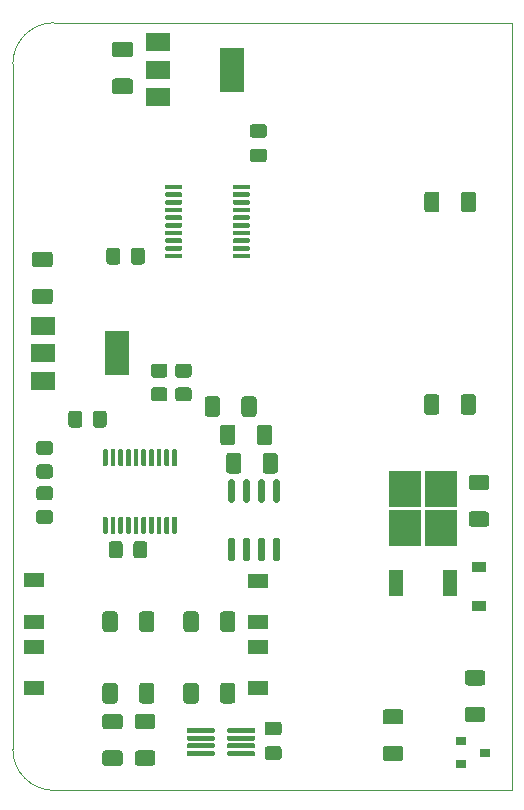
<source format=gbr>
%TF.GenerationSoftware,KiCad,Pcbnew,(5.1.7)-1*%
%TF.CreationDate,2020-11-30T22:01:16+01:00*%
%TF.ProjectId,zerosensor,7a65726f-7365-46e7-936f-722e6b696361,rev?*%
%TF.SameCoordinates,PX761e28cPY7a7afb0*%
%TF.FileFunction,Paste,Bot*%
%TF.FilePolarity,Positive*%
%FSLAX46Y46*%
G04 Gerber Fmt 4.6, Leading zero omitted, Abs format (unit mm)*
G04 Created by KiCad (PCBNEW (5.1.7)-1) date 2020-11-30 22:01:16*
%MOMM*%
%LPD*%
G01*
G04 APERTURE LIST*
%TA.AperFunction,Profile*%
%ADD10C,0.050000*%
%TD*%
%ADD11R,2.000000X1.500000*%
%ADD12R,2.000000X3.800000*%
%ADD13R,1.200000X0.900000*%
%ADD14R,1.700000X1.300000*%
%ADD15R,0.900000X0.800000*%
%ADD16R,2.750000X3.050000*%
%ADD17R,1.200000X2.200000*%
G04 APERTURE END LIST*
D10*
X-38727500Y65000000D02*
G75*
G03*
X-42227500Y61500000I0J-3500000D01*
G01*
X-38727500Y0D02*
G75*
G02*
X-42227500Y3500000I0J3500000D01*
G01*
X2500Y0D02*
X-16997500Y0D01*
X2500Y65000000D02*
X2500Y0D01*
X-16997500Y65000000D02*
X2500Y65000000D01*
X-42227500Y3500000D02*
X-42227500Y61500000D01*
X-16997500Y0D02*
X-38727500Y0D01*
X-38727500Y65000000D02*
X-16997500Y65000000D01*
%TO.C,U6*%
G36*
G01*
X-19737500Y24375000D02*
X-20037500Y24375000D01*
G75*
G02*
X-20187500Y24525000I0J150000D01*
G01*
X-20187500Y26175000D01*
G75*
G02*
X-20037500Y26325000I150000J0D01*
G01*
X-19737500Y26325000D01*
G75*
G02*
X-19587500Y26175000I0J-150000D01*
G01*
X-19587500Y24525000D01*
G75*
G02*
X-19737500Y24375000I-150000J0D01*
G01*
G37*
G36*
G01*
X-21007500Y24375000D02*
X-21307500Y24375000D01*
G75*
G02*
X-21457500Y24525000I0J150000D01*
G01*
X-21457500Y26175000D01*
G75*
G02*
X-21307500Y26325000I150000J0D01*
G01*
X-21007500Y26325000D01*
G75*
G02*
X-20857500Y26175000I0J-150000D01*
G01*
X-20857500Y24525000D01*
G75*
G02*
X-21007500Y24375000I-150000J0D01*
G01*
G37*
G36*
G01*
X-22277500Y24375000D02*
X-22577500Y24375000D01*
G75*
G02*
X-22727500Y24525000I0J150000D01*
G01*
X-22727500Y26175000D01*
G75*
G02*
X-22577500Y26325000I150000J0D01*
G01*
X-22277500Y26325000D01*
G75*
G02*
X-22127500Y26175000I0J-150000D01*
G01*
X-22127500Y24525000D01*
G75*
G02*
X-22277500Y24375000I-150000J0D01*
G01*
G37*
G36*
G01*
X-23547500Y24375000D02*
X-23847500Y24375000D01*
G75*
G02*
X-23997500Y24525000I0J150000D01*
G01*
X-23997500Y26175000D01*
G75*
G02*
X-23847500Y26325000I150000J0D01*
G01*
X-23547500Y26325000D01*
G75*
G02*
X-23397500Y26175000I0J-150000D01*
G01*
X-23397500Y24525000D01*
G75*
G02*
X-23547500Y24375000I-150000J0D01*
G01*
G37*
G36*
G01*
X-23547500Y19425000D02*
X-23847500Y19425000D01*
G75*
G02*
X-23997500Y19575000I0J150000D01*
G01*
X-23997500Y21225000D01*
G75*
G02*
X-23847500Y21375000I150000J0D01*
G01*
X-23547500Y21375000D01*
G75*
G02*
X-23397500Y21225000I0J-150000D01*
G01*
X-23397500Y19575000D01*
G75*
G02*
X-23547500Y19425000I-150000J0D01*
G01*
G37*
G36*
G01*
X-22277500Y19425000D02*
X-22577500Y19425000D01*
G75*
G02*
X-22727500Y19575000I0J150000D01*
G01*
X-22727500Y21225000D01*
G75*
G02*
X-22577500Y21375000I150000J0D01*
G01*
X-22277500Y21375000D01*
G75*
G02*
X-22127500Y21225000I0J-150000D01*
G01*
X-22127500Y19575000D01*
G75*
G02*
X-22277500Y19425000I-150000J0D01*
G01*
G37*
G36*
G01*
X-21007500Y19425000D02*
X-21307500Y19425000D01*
G75*
G02*
X-21457500Y19575000I0J150000D01*
G01*
X-21457500Y21225000D01*
G75*
G02*
X-21307500Y21375000I150000J0D01*
G01*
X-21007500Y21375000D01*
G75*
G02*
X-20857500Y21225000I0J-150000D01*
G01*
X-20857500Y19575000D01*
G75*
G02*
X-21007500Y19425000I-150000J0D01*
G01*
G37*
G36*
G01*
X-19737500Y19425000D02*
X-20037500Y19425000D01*
G75*
G02*
X-20187500Y19575000I0J150000D01*
G01*
X-20187500Y21225000D01*
G75*
G02*
X-20037500Y21375000I150000J0D01*
G01*
X-19737500Y21375000D01*
G75*
G02*
X-19587500Y21225000I0J-150000D01*
G01*
X-19587500Y19575000D01*
G75*
G02*
X-19737500Y19425000I-150000J0D01*
G01*
G37*
%TD*%
%TO.C,R21*%
G36*
G01*
X-24677500Y33125000D02*
X-24677500Y31875000D01*
G75*
G02*
X-24927500Y31625000I-250000J0D01*
G01*
X-25727500Y31625000D01*
G75*
G02*
X-25977500Y31875000I0J250000D01*
G01*
X-25977500Y33125000D01*
G75*
G02*
X-25727500Y33375000I250000J0D01*
G01*
X-24927500Y33375000D01*
G75*
G02*
X-24677500Y33125000I0J-250000D01*
G01*
G37*
G36*
G01*
X-21577500Y33125000D02*
X-21577500Y31875000D01*
G75*
G02*
X-21827500Y31625000I-250000J0D01*
G01*
X-22627500Y31625000D01*
G75*
G02*
X-22877500Y31875000I0J250000D01*
G01*
X-22877500Y33125000D01*
G75*
G02*
X-22627500Y33375000I250000J0D01*
G01*
X-21827500Y33375000D01*
G75*
G02*
X-21577500Y33125000I0J-250000D01*
G01*
G37*
%TD*%
%TO.C,R20*%
G36*
G01*
X-23377500Y30725000D02*
X-23377500Y29475000D01*
G75*
G02*
X-23627500Y29225000I-250000J0D01*
G01*
X-24427500Y29225000D01*
G75*
G02*
X-24677500Y29475000I0J250000D01*
G01*
X-24677500Y30725000D01*
G75*
G02*
X-24427500Y30975000I250000J0D01*
G01*
X-23627500Y30975000D01*
G75*
G02*
X-23377500Y30725000I0J-250000D01*
G01*
G37*
G36*
G01*
X-20277500Y30725000D02*
X-20277500Y29475000D01*
G75*
G02*
X-20527500Y29225000I-250000J0D01*
G01*
X-21327500Y29225000D01*
G75*
G02*
X-21577500Y29475000I0J250000D01*
G01*
X-21577500Y30725000D01*
G75*
G02*
X-21327500Y30975000I250000J0D01*
G01*
X-20527500Y30975000D01*
G75*
G02*
X-20277500Y30725000I0J-250000D01*
G01*
G37*
%TD*%
%TO.C,R19*%
G36*
G01*
X-21077500Y27075000D02*
X-21077500Y28325000D01*
G75*
G02*
X-20827500Y28575000I250000J0D01*
G01*
X-20027500Y28575000D01*
G75*
G02*
X-19777500Y28325000I0J-250000D01*
G01*
X-19777500Y27075000D01*
G75*
G02*
X-20027500Y26825000I-250000J0D01*
G01*
X-20827500Y26825000D01*
G75*
G02*
X-21077500Y27075000I0J250000D01*
G01*
G37*
G36*
G01*
X-24177500Y27075000D02*
X-24177500Y28325000D01*
G75*
G02*
X-23927500Y28575000I250000J0D01*
G01*
X-23127500Y28575000D01*
G75*
G02*
X-22877500Y28325000I0J-250000D01*
G01*
X-22877500Y27075000D01*
G75*
G02*
X-23127500Y26825000I-250000J0D01*
G01*
X-23927500Y26825000D01*
G75*
G02*
X-24177500Y27075000I0J250000D01*
G01*
G37*
%TD*%
D11*
%TO.C,U5*%
X-39677500Y34700000D03*
X-39677500Y39300000D03*
X-39677500Y37000000D03*
D12*
X-33377500Y37000000D03*
%TD*%
%TO.C,C8*%
G36*
G01*
X-39077499Y44287500D02*
X-40377501Y44287500D01*
G75*
G02*
X-40627500Y44537499I0J249999D01*
G01*
X-40627500Y45362501D01*
G75*
G02*
X-40377501Y45612500I249999J0D01*
G01*
X-39077499Y45612500D01*
G75*
G02*
X-38827500Y45362501I0J-249999D01*
G01*
X-38827500Y44537499D01*
G75*
G02*
X-39077499Y44287500I-249999J0D01*
G01*
G37*
G36*
G01*
X-39077499Y41162500D02*
X-40377501Y41162500D01*
G75*
G02*
X-40627500Y41412499I0J249999D01*
G01*
X-40627500Y42237501D01*
G75*
G02*
X-40377501Y42487500I249999J0D01*
G01*
X-39077499Y42487500D01*
G75*
G02*
X-38827500Y42237501I0J-249999D01*
G01*
X-38827500Y41412499D01*
G75*
G02*
X-39077499Y41162500I-249999J0D01*
G01*
G37*
%TD*%
D13*
%TO.C,D6*%
X-2785000Y18932000D03*
X-2785000Y15632000D03*
%TD*%
D14*
%TO.C,D5*%
X-21435000Y17732000D03*
X-21435000Y14232000D03*
%TD*%
%TO.C,D4*%
X-40435000Y17782000D03*
X-40435000Y14282000D03*
%TD*%
%TO.C,D3*%
X-40435000Y12182000D03*
X-40435000Y8682000D03*
%TD*%
%TO.C,D2*%
X-21435000Y12182000D03*
X-21435000Y8682000D03*
%TD*%
D11*
%TO.C,U4*%
X-29935000Y58732000D03*
X-29935000Y63332000D03*
X-29935000Y61032000D03*
D12*
X-23635000Y61032000D03*
%TD*%
%TO.C,C7*%
G36*
G01*
X-33585001Y60282000D02*
X-32284999Y60282000D01*
G75*
G02*
X-32035000Y60032001I0J-249999D01*
G01*
X-32035000Y59206999D01*
G75*
G02*
X-32284999Y58957000I-249999J0D01*
G01*
X-33585001Y58957000D01*
G75*
G02*
X-33835000Y59206999I0J249999D01*
G01*
X-33835000Y60032001D01*
G75*
G02*
X-33585001Y60282000I249999J0D01*
G01*
G37*
G36*
G01*
X-33585001Y63407000D02*
X-32284999Y63407000D01*
G75*
G02*
X-32035000Y63157001I0J-249999D01*
G01*
X-32035000Y62331999D01*
G75*
G02*
X-32284999Y62082000I-249999J0D01*
G01*
X-33585001Y62082000D01*
G75*
G02*
X-33835000Y62331999I0J249999D01*
G01*
X-33835000Y63157001D01*
G75*
G02*
X-33585001Y63407000I249999J0D01*
G01*
G37*
%TD*%
%TO.C,C5*%
G36*
G01*
X-33122500Y45707000D02*
X-33122500Y44757000D01*
G75*
G02*
X-33372500Y44507000I-250000J0D01*
G01*
X-34047500Y44507000D01*
G75*
G02*
X-34297500Y44757000I0J250000D01*
G01*
X-34297500Y45707000D01*
G75*
G02*
X-34047500Y45957000I250000J0D01*
G01*
X-33372500Y45957000D01*
G75*
G02*
X-33122500Y45707000I0J-250000D01*
G01*
G37*
G36*
G01*
X-31047500Y45707000D02*
X-31047500Y44757000D01*
G75*
G02*
X-31297500Y44507000I-250000J0D01*
G01*
X-31972500Y44507000D01*
G75*
G02*
X-32222500Y44757000I0J250000D01*
G01*
X-32222500Y45707000D01*
G75*
G02*
X-31972500Y45957000I250000J0D01*
G01*
X-31297500Y45957000D01*
G75*
G02*
X-31047500Y45707000I0J-250000D01*
G01*
G37*
%TD*%
%TO.C,C4*%
G36*
G01*
X-35447500Y30957000D02*
X-35447500Y31907000D01*
G75*
G02*
X-35197500Y32157000I250000J0D01*
G01*
X-34522500Y32157000D01*
G75*
G02*
X-34272500Y31907000I0J-250000D01*
G01*
X-34272500Y30957000D01*
G75*
G02*
X-34522500Y30707000I-250000J0D01*
G01*
X-35197500Y30707000D01*
G75*
G02*
X-35447500Y30957000I0J250000D01*
G01*
G37*
G36*
G01*
X-37522500Y30957000D02*
X-37522500Y31907000D01*
G75*
G02*
X-37272500Y32157000I250000J0D01*
G01*
X-36597500Y32157000D01*
G75*
G02*
X-36347500Y31907000I0J-250000D01*
G01*
X-36347500Y30957000D01*
G75*
G02*
X-36597500Y30707000I-250000J0D01*
G01*
X-37272500Y30707000D01*
G75*
G02*
X-37522500Y30957000I0J250000D01*
G01*
G37*
%TD*%
%TO.C,C3*%
G36*
G01*
X-32022500Y19907000D02*
X-32022500Y20857000D01*
G75*
G02*
X-31772500Y21107000I250000J0D01*
G01*
X-31097500Y21107000D01*
G75*
G02*
X-30847500Y20857000I0J-250000D01*
G01*
X-30847500Y19907000D01*
G75*
G02*
X-31097500Y19657000I-250000J0D01*
G01*
X-31772500Y19657000D01*
G75*
G02*
X-32022500Y19907000I0J250000D01*
G01*
G37*
G36*
G01*
X-34097500Y19907000D02*
X-34097500Y20857000D01*
G75*
G02*
X-33847500Y21107000I250000J0D01*
G01*
X-33172500Y21107000D01*
G75*
G02*
X-32922500Y20857000I0J-250000D01*
G01*
X-32922500Y19907000D01*
G75*
G02*
X-33172500Y19657000I-250000J0D01*
G01*
X-33847500Y19657000D01*
G75*
G02*
X-34097500Y19907000I0J250000D01*
G01*
G37*
%TD*%
%TO.C,C2*%
G36*
G01*
X-20960000Y55244500D02*
X-21910000Y55244500D01*
G75*
G02*
X-22160000Y55494500I0J250000D01*
G01*
X-22160000Y56169500D01*
G75*
G02*
X-21910000Y56419500I250000J0D01*
G01*
X-20960000Y56419500D01*
G75*
G02*
X-20710000Y56169500I0J-250000D01*
G01*
X-20710000Y55494500D01*
G75*
G02*
X-20960000Y55244500I-250000J0D01*
G01*
G37*
G36*
G01*
X-20960000Y53169500D02*
X-21910000Y53169500D01*
G75*
G02*
X-22160000Y53419500I0J250000D01*
G01*
X-22160000Y54094500D01*
G75*
G02*
X-21910000Y54344500I250000J0D01*
G01*
X-20960000Y54344500D01*
G75*
G02*
X-20710000Y54094500I0J-250000D01*
G01*
X-20710000Y53419500D01*
G75*
G02*
X-20960000Y53169500I-250000J0D01*
G01*
G37*
%TD*%
%TO.C,R18*%
G36*
G01*
X-24685000Y13657000D02*
X-24685000Y14907000D01*
G75*
G02*
X-24435000Y15157000I250000J0D01*
G01*
X-23635000Y15157000D01*
G75*
G02*
X-23385000Y14907000I0J-250000D01*
G01*
X-23385000Y13657000D01*
G75*
G02*
X-23635000Y13407000I-250000J0D01*
G01*
X-24435000Y13407000D01*
G75*
G02*
X-24685000Y13657000I0J250000D01*
G01*
G37*
G36*
G01*
X-27785000Y13657000D02*
X-27785000Y14907000D01*
G75*
G02*
X-27535000Y15157000I250000J0D01*
G01*
X-26735000Y15157000D01*
G75*
G02*
X-26485000Y14907000I0J-250000D01*
G01*
X-26485000Y13657000D01*
G75*
G02*
X-26735000Y13407000I-250000J0D01*
G01*
X-27535000Y13407000D01*
G75*
G02*
X-27785000Y13657000I0J250000D01*
G01*
G37*
%TD*%
%TO.C,R17*%
G36*
G01*
X-33335000Y14907000D02*
X-33335000Y13657000D01*
G75*
G02*
X-33585000Y13407000I-250000J0D01*
G01*
X-34385000Y13407000D01*
G75*
G02*
X-34635000Y13657000I0J250000D01*
G01*
X-34635000Y14907000D01*
G75*
G02*
X-34385000Y15157000I250000J0D01*
G01*
X-33585000Y15157000D01*
G75*
G02*
X-33335000Y14907000I0J-250000D01*
G01*
G37*
G36*
G01*
X-30235000Y14907000D02*
X-30235000Y13657000D01*
G75*
G02*
X-30485000Y13407000I-250000J0D01*
G01*
X-31285000Y13407000D01*
G75*
G02*
X-31535000Y13657000I0J250000D01*
G01*
X-31535000Y14907000D01*
G75*
G02*
X-31285000Y15157000I250000J0D01*
G01*
X-30485000Y15157000D01*
G75*
G02*
X-30235000Y14907000I0J-250000D01*
G01*
G37*
%TD*%
%TO.C,U3*%
G36*
G01*
X-27873000Y51191000D02*
X-27873000Y50991000D01*
G75*
G02*
X-27973000Y50891000I-100000J0D01*
G01*
X-29248000Y50891000D01*
G75*
G02*
X-29348000Y50991000I0J100000D01*
G01*
X-29348000Y51191000D01*
G75*
G02*
X-29248000Y51291000I100000J0D01*
G01*
X-27973000Y51291000D01*
G75*
G02*
X-27873000Y51191000I0J-100000D01*
G01*
G37*
G36*
G01*
X-27873000Y50541000D02*
X-27873000Y50341000D01*
G75*
G02*
X-27973000Y50241000I-100000J0D01*
G01*
X-29248000Y50241000D01*
G75*
G02*
X-29348000Y50341000I0J100000D01*
G01*
X-29348000Y50541000D01*
G75*
G02*
X-29248000Y50641000I100000J0D01*
G01*
X-27973000Y50641000D01*
G75*
G02*
X-27873000Y50541000I0J-100000D01*
G01*
G37*
G36*
G01*
X-27873000Y49891000D02*
X-27873000Y49691000D01*
G75*
G02*
X-27973000Y49591000I-100000J0D01*
G01*
X-29248000Y49591000D01*
G75*
G02*
X-29348000Y49691000I0J100000D01*
G01*
X-29348000Y49891000D01*
G75*
G02*
X-29248000Y49991000I100000J0D01*
G01*
X-27973000Y49991000D01*
G75*
G02*
X-27873000Y49891000I0J-100000D01*
G01*
G37*
G36*
G01*
X-27873000Y49241000D02*
X-27873000Y49041000D01*
G75*
G02*
X-27973000Y48941000I-100000J0D01*
G01*
X-29248000Y48941000D01*
G75*
G02*
X-29348000Y49041000I0J100000D01*
G01*
X-29348000Y49241000D01*
G75*
G02*
X-29248000Y49341000I100000J0D01*
G01*
X-27973000Y49341000D01*
G75*
G02*
X-27873000Y49241000I0J-100000D01*
G01*
G37*
G36*
G01*
X-27873000Y48591000D02*
X-27873000Y48391000D01*
G75*
G02*
X-27973000Y48291000I-100000J0D01*
G01*
X-29248000Y48291000D01*
G75*
G02*
X-29348000Y48391000I0J100000D01*
G01*
X-29348000Y48591000D01*
G75*
G02*
X-29248000Y48691000I100000J0D01*
G01*
X-27973000Y48691000D01*
G75*
G02*
X-27873000Y48591000I0J-100000D01*
G01*
G37*
G36*
G01*
X-27873000Y47941000D02*
X-27873000Y47741000D01*
G75*
G02*
X-27973000Y47641000I-100000J0D01*
G01*
X-29248000Y47641000D01*
G75*
G02*
X-29348000Y47741000I0J100000D01*
G01*
X-29348000Y47941000D01*
G75*
G02*
X-29248000Y48041000I100000J0D01*
G01*
X-27973000Y48041000D01*
G75*
G02*
X-27873000Y47941000I0J-100000D01*
G01*
G37*
G36*
G01*
X-27873000Y47291000D02*
X-27873000Y47091000D01*
G75*
G02*
X-27973000Y46991000I-100000J0D01*
G01*
X-29248000Y46991000D01*
G75*
G02*
X-29348000Y47091000I0J100000D01*
G01*
X-29348000Y47291000D01*
G75*
G02*
X-29248000Y47391000I100000J0D01*
G01*
X-27973000Y47391000D01*
G75*
G02*
X-27873000Y47291000I0J-100000D01*
G01*
G37*
G36*
G01*
X-27873000Y46641000D02*
X-27873000Y46441000D01*
G75*
G02*
X-27973000Y46341000I-100000J0D01*
G01*
X-29248000Y46341000D01*
G75*
G02*
X-29348000Y46441000I0J100000D01*
G01*
X-29348000Y46641000D01*
G75*
G02*
X-29248000Y46741000I100000J0D01*
G01*
X-27973000Y46741000D01*
G75*
G02*
X-27873000Y46641000I0J-100000D01*
G01*
G37*
G36*
G01*
X-27873000Y45991000D02*
X-27873000Y45791000D01*
G75*
G02*
X-27973000Y45691000I-100000J0D01*
G01*
X-29248000Y45691000D01*
G75*
G02*
X-29348000Y45791000I0J100000D01*
G01*
X-29348000Y45991000D01*
G75*
G02*
X-29248000Y46091000I100000J0D01*
G01*
X-27973000Y46091000D01*
G75*
G02*
X-27873000Y45991000I0J-100000D01*
G01*
G37*
G36*
G01*
X-27873000Y45341000D02*
X-27873000Y45141000D01*
G75*
G02*
X-27973000Y45041000I-100000J0D01*
G01*
X-29248000Y45041000D01*
G75*
G02*
X-29348000Y45141000I0J100000D01*
G01*
X-29348000Y45341000D01*
G75*
G02*
X-29248000Y45441000I100000J0D01*
G01*
X-27973000Y45441000D01*
G75*
G02*
X-27873000Y45341000I0J-100000D01*
G01*
G37*
G36*
G01*
X-22148000Y45341000D02*
X-22148000Y45141000D01*
G75*
G02*
X-22248000Y45041000I-100000J0D01*
G01*
X-23523000Y45041000D01*
G75*
G02*
X-23623000Y45141000I0J100000D01*
G01*
X-23623000Y45341000D01*
G75*
G02*
X-23523000Y45441000I100000J0D01*
G01*
X-22248000Y45441000D01*
G75*
G02*
X-22148000Y45341000I0J-100000D01*
G01*
G37*
G36*
G01*
X-22148000Y45991000D02*
X-22148000Y45791000D01*
G75*
G02*
X-22248000Y45691000I-100000J0D01*
G01*
X-23523000Y45691000D01*
G75*
G02*
X-23623000Y45791000I0J100000D01*
G01*
X-23623000Y45991000D01*
G75*
G02*
X-23523000Y46091000I100000J0D01*
G01*
X-22248000Y46091000D01*
G75*
G02*
X-22148000Y45991000I0J-100000D01*
G01*
G37*
G36*
G01*
X-22148000Y46641000D02*
X-22148000Y46441000D01*
G75*
G02*
X-22248000Y46341000I-100000J0D01*
G01*
X-23523000Y46341000D01*
G75*
G02*
X-23623000Y46441000I0J100000D01*
G01*
X-23623000Y46641000D01*
G75*
G02*
X-23523000Y46741000I100000J0D01*
G01*
X-22248000Y46741000D01*
G75*
G02*
X-22148000Y46641000I0J-100000D01*
G01*
G37*
G36*
G01*
X-22148000Y47291000D02*
X-22148000Y47091000D01*
G75*
G02*
X-22248000Y46991000I-100000J0D01*
G01*
X-23523000Y46991000D01*
G75*
G02*
X-23623000Y47091000I0J100000D01*
G01*
X-23623000Y47291000D01*
G75*
G02*
X-23523000Y47391000I100000J0D01*
G01*
X-22248000Y47391000D01*
G75*
G02*
X-22148000Y47291000I0J-100000D01*
G01*
G37*
G36*
G01*
X-22148000Y47941000D02*
X-22148000Y47741000D01*
G75*
G02*
X-22248000Y47641000I-100000J0D01*
G01*
X-23523000Y47641000D01*
G75*
G02*
X-23623000Y47741000I0J100000D01*
G01*
X-23623000Y47941000D01*
G75*
G02*
X-23523000Y48041000I100000J0D01*
G01*
X-22248000Y48041000D01*
G75*
G02*
X-22148000Y47941000I0J-100000D01*
G01*
G37*
G36*
G01*
X-22148000Y48591000D02*
X-22148000Y48391000D01*
G75*
G02*
X-22248000Y48291000I-100000J0D01*
G01*
X-23523000Y48291000D01*
G75*
G02*
X-23623000Y48391000I0J100000D01*
G01*
X-23623000Y48591000D01*
G75*
G02*
X-23523000Y48691000I100000J0D01*
G01*
X-22248000Y48691000D01*
G75*
G02*
X-22148000Y48591000I0J-100000D01*
G01*
G37*
G36*
G01*
X-22148000Y49241000D02*
X-22148000Y49041000D01*
G75*
G02*
X-22248000Y48941000I-100000J0D01*
G01*
X-23523000Y48941000D01*
G75*
G02*
X-23623000Y49041000I0J100000D01*
G01*
X-23623000Y49241000D01*
G75*
G02*
X-23523000Y49341000I100000J0D01*
G01*
X-22248000Y49341000D01*
G75*
G02*
X-22148000Y49241000I0J-100000D01*
G01*
G37*
G36*
G01*
X-22148000Y49891000D02*
X-22148000Y49691000D01*
G75*
G02*
X-22248000Y49591000I-100000J0D01*
G01*
X-23523000Y49591000D01*
G75*
G02*
X-23623000Y49691000I0J100000D01*
G01*
X-23623000Y49891000D01*
G75*
G02*
X-23523000Y49991000I100000J0D01*
G01*
X-22248000Y49991000D01*
G75*
G02*
X-22148000Y49891000I0J-100000D01*
G01*
G37*
G36*
G01*
X-22148000Y50541000D02*
X-22148000Y50341000D01*
G75*
G02*
X-22248000Y50241000I-100000J0D01*
G01*
X-23523000Y50241000D01*
G75*
G02*
X-23623000Y50341000I0J100000D01*
G01*
X-23623000Y50541000D01*
G75*
G02*
X-23523000Y50641000I100000J0D01*
G01*
X-22248000Y50641000D01*
G75*
G02*
X-22148000Y50541000I0J-100000D01*
G01*
G37*
G36*
G01*
X-22148000Y51191000D02*
X-22148000Y50991000D01*
G75*
G02*
X-22248000Y50891000I-100000J0D01*
G01*
X-23523000Y50891000D01*
G75*
G02*
X-23623000Y50991000I0J100000D01*
G01*
X-23623000Y51191000D01*
G75*
G02*
X-23523000Y51291000I100000J0D01*
G01*
X-22248000Y51291000D01*
G75*
G02*
X-22148000Y51191000I0J-100000D01*
G01*
G37*
%TD*%
%TO.C,U1*%
G36*
G01*
X-24092500Y3022000D02*
X-24092500Y3222000D01*
G75*
G02*
X-23992500Y3322000I100000J0D01*
G01*
X-21792500Y3322000D01*
G75*
G02*
X-21692500Y3222000I0J-100000D01*
G01*
X-21692500Y3022000D01*
G75*
G02*
X-21792500Y2922000I-100000J0D01*
G01*
X-23992500Y2922000D01*
G75*
G02*
X-24092500Y3022000I0J100000D01*
G01*
G37*
G36*
G01*
X-24092500Y3672000D02*
X-24092500Y3872000D01*
G75*
G02*
X-23992500Y3972000I100000J0D01*
G01*
X-21792500Y3972000D01*
G75*
G02*
X-21692500Y3872000I0J-100000D01*
G01*
X-21692500Y3672000D01*
G75*
G02*
X-21792500Y3572000I-100000J0D01*
G01*
X-23992500Y3572000D01*
G75*
G02*
X-24092500Y3672000I0J100000D01*
G01*
G37*
G36*
G01*
X-24092500Y4322000D02*
X-24092500Y4522000D01*
G75*
G02*
X-23992500Y4622000I100000J0D01*
G01*
X-21792500Y4622000D01*
G75*
G02*
X-21692500Y4522000I0J-100000D01*
G01*
X-21692500Y4322000D01*
G75*
G02*
X-21792500Y4222000I-100000J0D01*
G01*
X-23992500Y4222000D01*
G75*
G02*
X-24092500Y4322000I0J100000D01*
G01*
G37*
G36*
G01*
X-24092500Y4972000D02*
X-24092500Y5172000D01*
G75*
G02*
X-23992500Y5272000I100000J0D01*
G01*
X-21792500Y5272000D01*
G75*
G02*
X-21692500Y5172000I0J-100000D01*
G01*
X-21692500Y4972000D01*
G75*
G02*
X-21792500Y4872000I-100000J0D01*
G01*
X-23992500Y4872000D01*
G75*
G02*
X-24092500Y4972000I0J100000D01*
G01*
G37*
G36*
G01*
X-27517500Y4972000D02*
X-27517500Y5172000D01*
G75*
G02*
X-27417500Y5272000I100000J0D01*
G01*
X-25217500Y5272000D01*
G75*
G02*
X-25117500Y5172000I0J-100000D01*
G01*
X-25117500Y4972000D01*
G75*
G02*
X-25217500Y4872000I-100000J0D01*
G01*
X-27417500Y4872000D01*
G75*
G02*
X-27517500Y4972000I0J100000D01*
G01*
G37*
G36*
G01*
X-27517500Y4322000D02*
X-27517500Y4522000D01*
G75*
G02*
X-27417500Y4622000I100000J0D01*
G01*
X-25217500Y4622000D01*
G75*
G02*
X-25117500Y4522000I0J-100000D01*
G01*
X-25117500Y4322000D01*
G75*
G02*
X-25217500Y4222000I-100000J0D01*
G01*
X-27417500Y4222000D01*
G75*
G02*
X-27517500Y4322000I0J100000D01*
G01*
G37*
G36*
G01*
X-27517500Y3672000D02*
X-27517500Y3872000D01*
G75*
G02*
X-27417500Y3972000I100000J0D01*
G01*
X-25217500Y3972000D01*
G75*
G02*
X-25117500Y3872000I0J-100000D01*
G01*
X-25117500Y3672000D01*
G75*
G02*
X-25217500Y3572000I-100000J0D01*
G01*
X-27417500Y3572000D01*
G75*
G02*
X-27517500Y3672000I0J100000D01*
G01*
G37*
G36*
G01*
X-27517500Y3022000D02*
X-27517500Y3222000D01*
G75*
G02*
X-27417500Y3322000I100000J0D01*
G01*
X-25217500Y3322000D01*
G75*
G02*
X-25117500Y3222000I0J-100000D01*
G01*
X-25117500Y3022000D01*
G75*
G02*
X-25217500Y2922000I-100000J0D01*
G01*
X-27417500Y2922000D01*
G75*
G02*
X-27517500Y3022000I0J100000D01*
G01*
G37*
%TD*%
%TO.C,R8*%
G36*
G01*
X-27334999Y34932000D02*
X-28235001Y34932000D01*
G75*
G02*
X-28485000Y35181999I0J249999D01*
G01*
X-28485000Y35882001D01*
G75*
G02*
X-28235001Y36132000I249999J0D01*
G01*
X-27334999Y36132000D01*
G75*
G02*
X-27085000Y35882001I0J-249999D01*
G01*
X-27085000Y35181999D01*
G75*
G02*
X-27334999Y34932000I-249999J0D01*
G01*
G37*
G36*
G01*
X-27334999Y32932000D02*
X-28235001Y32932000D01*
G75*
G02*
X-28485000Y33181999I0J249999D01*
G01*
X-28485000Y33882001D01*
G75*
G02*
X-28235001Y34132000I249999J0D01*
G01*
X-27334999Y34132000D01*
G75*
G02*
X-27085000Y33882001I0J-249999D01*
G01*
X-27085000Y33181999D01*
G75*
G02*
X-27334999Y32932000I-249999J0D01*
G01*
G37*
%TD*%
%TO.C,R14*%
G36*
G01*
X-39985001Y27597000D02*
X-39084999Y27597000D01*
G75*
G02*
X-38835000Y27347001I0J-249999D01*
G01*
X-38835000Y26646999D01*
G75*
G02*
X-39084999Y26397000I-249999J0D01*
G01*
X-39985001Y26397000D01*
G75*
G02*
X-40235000Y26646999I0J249999D01*
G01*
X-40235000Y27347001D01*
G75*
G02*
X-39985001Y27597000I249999J0D01*
G01*
G37*
G36*
G01*
X-39985001Y29597000D02*
X-39084999Y29597000D01*
G75*
G02*
X-38835000Y29347001I0J-249999D01*
G01*
X-38835000Y28646999D01*
G75*
G02*
X-39084999Y28397000I-249999J0D01*
G01*
X-39985001Y28397000D01*
G75*
G02*
X-40235000Y28646999I0J249999D01*
G01*
X-40235000Y29347001D01*
G75*
G02*
X-39985001Y29597000I249999J0D01*
G01*
G37*
%TD*%
%TO.C,R13*%
G36*
G01*
X-39985001Y23755000D02*
X-39084999Y23755000D01*
G75*
G02*
X-38835000Y23505001I0J-249999D01*
G01*
X-38835000Y22804999D01*
G75*
G02*
X-39084999Y22555000I-249999J0D01*
G01*
X-39985001Y22555000D01*
G75*
G02*
X-40235000Y22804999I0J249999D01*
G01*
X-40235000Y23505001D01*
G75*
G02*
X-39985001Y23755000I249999J0D01*
G01*
G37*
G36*
G01*
X-39985001Y25755000D02*
X-39084999Y25755000D01*
G75*
G02*
X-38835000Y25505001I0J-249999D01*
G01*
X-38835000Y24804999D01*
G75*
G02*
X-39084999Y24555000I-249999J0D01*
G01*
X-39985001Y24555000D01*
G75*
G02*
X-40235000Y24804999I0J249999D01*
G01*
X-40235000Y25505001D01*
G75*
G02*
X-39985001Y25755000I249999J0D01*
G01*
G37*
%TD*%
%TO.C,R7*%
G36*
G01*
X-29384999Y34932000D02*
X-30285001Y34932000D01*
G75*
G02*
X-30535000Y35181999I0J249999D01*
G01*
X-30535000Y35882001D01*
G75*
G02*
X-30285001Y36132000I249999J0D01*
G01*
X-29384999Y36132000D01*
G75*
G02*
X-29135000Y35882001I0J-249999D01*
G01*
X-29135000Y35181999D01*
G75*
G02*
X-29384999Y34932000I-249999J0D01*
G01*
G37*
G36*
G01*
X-29384999Y32932000D02*
X-30285001Y32932000D01*
G75*
G02*
X-30535000Y33181999I0J249999D01*
G01*
X-30535000Y33882001D01*
G75*
G02*
X-30285001Y34132000I249999J0D01*
G01*
X-29384999Y34132000D01*
G75*
G02*
X-29135000Y33882001I0J-249999D01*
G01*
X-29135000Y33181999D01*
G75*
G02*
X-29384999Y32932000I-249999J0D01*
G01*
G37*
%TD*%
%TO.C,U2*%
G36*
G01*
X-34488000Y23181000D02*
X-34288000Y23181000D01*
G75*
G02*
X-34188000Y23081000I0J-100000D01*
G01*
X-34188000Y21806000D01*
G75*
G02*
X-34288000Y21706000I-100000J0D01*
G01*
X-34488000Y21706000D01*
G75*
G02*
X-34588000Y21806000I0J100000D01*
G01*
X-34588000Y23081000D01*
G75*
G02*
X-34488000Y23181000I100000J0D01*
G01*
G37*
G36*
G01*
X-33838000Y23181000D02*
X-33638000Y23181000D01*
G75*
G02*
X-33538000Y23081000I0J-100000D01*
G01*
X-33538000Y21806000D01*
G75*
G02*
X-33638000Y21706000I-100000J0D01*
G01*
X-33838000Y21706000D01*
G75*
G02*
X-33938000Y21806000I0J100000D01*
G01*
X-33938000Y23081000D01*
G75*
G02*
X-33838000Y23181000I100000J0D01*
G01*
G37*
G36*
G01*
X-33188000Y23181000D02*
X-32988000Y23181000D01*
G75*
G02*
X-32888000Y23081000I0J-100000D01*
G01*
X-32888000Y21806000D01*
G75*
G02*
X-32988000Y21706000I-100000J0D01*
G01*
X-33188000Y21706000D01*
G75*
G02*
X-33288000Y21806000I0J100000D01*
G01*
X-33288000Y23081000D01*
G75*
G02*
X-33188000Y23181000I100000J0D01*
G01*
G37*
G36*
G01*
X-32538000Y23181000D02*
X-32338000Y23181000D01*
G75*
G02*
X-32238000Y23081000I0J-100000D01*
G01*
X-32238000Y21806000D01*
G75*
G02*
X-32338000Y21706000I-100000J0D01*
G01*
X-32538000Y21706000D01*
G75*
G02*
X-32638000Y21806000I0J100000D01*
G01*
X-32638000Y23081000D01*
G75*
G02*
X-32538000Y23181000I100000J0D01*
G01*
G37*
G36*
G01*
X-31888000Y23181000D02*
X-31688000Y23181000D01*
G75*
G02*
X-31588000Y23081000I0J-100000D01*
G01*
X-31588000Y21806000D01*
G75*
G02*
X-31688000Y21706000I-100000J0D01*
G01*
X-31888000Y21706000D01*
G75*
G02*
X-31988000Y21806000I0J100000D01*
G01*
X-31988000Y23081000D01*
G75*
G02*
X-31888000Y23181000I100000J0D01*
G01*
G37*
G36*
G01*
X-31238000Y23181000D02*
X-31038000Y23181000D01*
G75*
G02*
X-30938000Y23081000I0J-100000D01*
G01*
X-30938000Y21806000D01*
G75*
G02*
X-31038000Y21706000I-100000J0D01*
G01*
X-31238000Y21706000D01*
G75*
G02*
X-31338000Y21806000I0J100000D01*
G01*
X-31338000Y23081000D01*
G75*
G02*
X-31238000Y23181000I100000J0D01*
G01*
G37*
G36*
G01*
X-30588000Y23181000D02*
X-30388000Y23181000D01*
G75*
G02*
X-30288000Y23081000I0J-100000D01*
G01*
X-30288000Y21806000D01*
G75*
G02*
X-30388000Y21706000I-100000J0D01*
G01*
X-30588000Y21706000D01*
G75*
G02*
X-30688000Y21806000I0J100000D01*
G01*
X-30688000Y23081000D01*
G75*
G02*
X-30588000Y23181000I100000J0D01*
G01*
G37*
G36*
G01*
X-29938000Y23181000D02*
X-29738000Y23181000D01*
G75*
G02*
X-29638000Y23081000I0J-100000D01*
G01*
X-29638000Y21806000D01*
G75*
G02*
X-29738000Y21706000I-100000J0D01*
G01*
X-29938000Y21706000D01*
G75*
G02*
X-30038000Y21806000I0J100000D01*
G01*
X-30038000Y23081000D01*
G75*
G02*
X-29938000Y23181000I100000J0D01*
G01*
G37*
G36*
G01*
X-29288000Y23181000D02*
X-29088000Y23181000D01*
G75*
G02*
X-28988000Y23081000I0J-100000D01*
G01*
X-28988000Y21806000D01*
G75*
G02*
X-29088000Y21706000I-100000J0D01*
G01*
X-29288000Y21706000D01*
G75*
G02*
X-29388000Y21806000I0J100000D01*
G01*
X-29388000Y23081000D01*
G75*
G02*
X-29288000Y23181000I100000J0D01*
G01*
G37*
G36*
G01*
X-28638000Y23181000D02*
X-28438000Y23181000D01*
G75*
G02*
X-28338000Y23081000I0J-100000D01*
G01*
X-28338000Y21806000D01*
G75*
G02*
X-28438000Y21706000I-100000J0D01*
G01*
X-28638000Y21706000D01*
G75*
G02*
X-28738000Y21806000I0J100000D01*
G01*
X-28738000Y23081000D01*
G75*
G02*
X-28638000Y23181000I100000J0D01*
G01*
G37*
G36*
G01*
X-28638000Y28906000D02*
X-28438000Y28906000D01*
G75*
G02*
X-28338000Y28806000I0J-100000D01*
G01*
X-28338000Y27531000D01*
G75*
G02*
X-28438000Y27431000I-100000J0D01*
G01*
X-28638000Y27431000D01*
G75*
G02*
X-28738000Y27531000I0J100000D01*
G01*
X-28738000Y28806000D01*
G75*
G02*
X-28638000Y28906000I100000J0D01*
G01*
G37*
G36*
G01*
X-29288000Y28906000D02*
X-29088000Y28906000D01*
G75*
G02*
X-28988000Y28806000I0J-100000D01*
G01*
X-28988000Y27531000D01*
G75*
G02*
X-29088000Y27431000I-100000J0D01*
G01*
X-29288000Y27431000D01*
G75*
G02*
X-29388000Y27531000I0J100000D01*
G01*
X-29388000Y28806000D01*
G75*
G02*
X-29288000Y28906000I100000J0D01*
G01*
G37*
G36*
G01*
X-29938000Y28906000D02*
X-29738000Y28906000D01*
G75*
G02*
X-29638000Y28806000I0J-100000D01*
G01*
X-29638000Y27531000D01*
G75*
G02*
X-29738000Y27431000I-100000J0D01*
G01*
X-29938000Y27431000D01*
G75*
G02*
X-30038000Y27531000I0J100000D01*
G01*
X-30038000Y28806000D01*
G75*
G02*
X-29938000Y28906000I100000J0D01*
G01*
G37*
G36*
G01*
X-30588000Y28906000D02*
X-30388000Y28906000D01*
G75*
G02*
X-30288000Y28806000I0J-100000D01*
G01*
X-30288000Y27531000D01*
G75*
G02*
X-30388000Y27431000I-100000J0D01*
G01*
X-30588000Y27431000D01*
G75*
G02*
X-30688000Y27531000I0J100000D01*
G01*
X-30688000Y28806000D01*
G75*
G02*
X-30588000Y28906000I100000J0D01*
G01*
G37*
G36*
G01*
X-31238000Y28906000D02*
X-31038000Y28906000D01*
G75*
G02*
X-30938000Y28806000I0J-100000D01*
G01*
X-30938000Y27531000D01*
G75*
G02*
X-31038000Y27431000I-100000J0D01*
G01*
X-31238000Y27431000D01*
G75*
G02*
X-31338000Y27531000I0J100000D01*
G01*
X-31338000Y28806000D01*
G75*
G02*
X-31238000Y28906000I100000J0D01*
G01*
G37*
G36*
G01*
X-31888000Y28906000D02*
X-31688000Y28906000D01*
G75*
G02*
X-31588000Y28806000I0J-100000D01*
G01*
X-31588000Y27531000D01*
G75*
G02*
X-31688000Y27431000I-100000J0D01*
G01*
X-31888000Y27431000D01*
G75*
G02*
X-31988000Y27531000I0J100000D01*
G01*
X-31988000Y28806000D01*
G75*
G02*
X-31888000Y28906000I100000J0D01*
G01*
G37*
G36*
G01*
X-32538000Y28906000D02*
X-32338000Y28906000D01*
G75*
G02*
X-32238000Y28806000I0J-100000D01*
G01*
X-32238000Y27531000D01*
G75*
G02*
X-32338000Y27431000I-100000J0D01*
G01*
X-32538000Y27431000D01*
G75*
G02*
X-32638000Y27531000I0J100000D01*
G01*
X-32638000Y28806000D01*
G75*
G02*
X-32538000Y28906000I100000J0D01*
G01*
G37*
G36*
G01*
X-33188000Y28906000D02*
X-32988000Y28906000D01*
G75*
G02*
X-32888000Y28806000I0J-100000D01*
G01*
X-32888000Y27531000D01*
G75*
G02*
X-32988000Y27431000I-100000J0D01*
G01*
X-33188000Y27431000D01*
G75*
G02*
X-33288000Y27531000I0J100000D01*
G01*
X-33288000Y28806000D01*
G75*
G02*
X-33188000Y28906000I100000J0D01*
G01*
G37*
G36*
G01*
X-33838000Y28906000D02*
X-33638000Y28906000D01*
G75*
G02*
X-33538000Y28806000I0J-100000D01*
G01*
X-33538000Y27531000D01*
G75*
G02*
X-33638000Y27431000I-100000J0D01*
G01*
X-33838000Y27431000D01*
G75*
G02*
X-33938000Y27531000I0J100000D01*
G01*
X-33938000Y28806000D01*
G75*
G02*
X-33838000Y28906000I100000J0D01*
G01*
G37*
G36*
G01*
X-34488000Y28906000D02*
X-34288000Y28906000D01*
G75*
G02*
X-34188000Y28806000I0J-100000D01*
G01*
X-34188000Y27531000D01*
G75*
G02*
X-34288000Y27431000I-100000J0D01*
G01*
X-34488000Y27431000D01*
G75*
G02*
X-34588000Y27531000I0J100000D01*
G01*
X-34588000Y28806000D01*
G75*
G02*
X-34488000Y28906000I100000J0D01*
G01*
G37*
%TD*%
%TO.C,C1*%
G36*
G01*
X-19710000Y4650000D02*
X-20660000Y4650000D01*
G75*
G02*
X-20910000Y4900000I0J250000D01*
G01*
X-20910000Y5575000D01*
G75*
G02*
X-20660000Y5825000I250000J0D01*
G01*
X-19710000Y5825000D01*
G75*
G02*
X-19460000Y5575000I0J-250000D01*
G01*
X-19460000Y4900000D01*
G75*
G02*
X-19710000Y4650000I-250000J0D01*
G01*
G37*
G36*
G01*
X-19710000Y2575000D02*
X-20660000Y2575000D01*
G75*
G02*
X-20910000Y2825000I0J250000D01*
G01*
X-20910000Y3500000D01*
G75*
G02*
X-20660000Y3750000I250000J0D01*
G01*
X-19710000Y3750000D01*
G75*
G02*
X-19460000Y3500000I0J-250000D01*
G01*
X-19460000Y2825000D01*
G75*
G02*
X-19710000Y2575000I-250000J0D01*
G01*
G37*
%TD*%
%TO.C,R12*%
G36*
G01*
X-33335000Y8857001D02*
X-33335000Y7606999D01*
G75*
G02*
X-33584999Y7357000I-249999J0D01*
G01*
X-34385001Y7357000D01*
G75*
G02*
X-34635000Y7606999I0J249999D01*
G01*
X-34635000Y8857001D01*
G75*
G02*
X-34385001Y9107000I249999J0D01*
G01*
X-33584999Y9107000D01*
G75*
G02*
X-33335000Y8857001I0J-249999D01*
G01*
G37*
G36*
G01*
X-30235000Y8857001D02*
X-30235000Y7606999D01*
G75*
G02*
X-30484999Y7357000I-249999J0D01*
G01*
X-31285001Y7357000D01*
G75*
G02*
X-31535000Y7606999I0J249999D01*
G01*
X-31535000Y8857001D01*
G75*
G02*
X-31285001Y9107000I249999J0D01*
G01*
X-30484999Y9107000D01*
G75*
G02*
X-30235000Y8857001I0J-249999D01*
G01*
G37*
%TD*%
%TO.C,R11*%
G36*
G01*
X-24685000Y7606999D02*
X-24685000Y8857001D01*
G75*
G02*
X-24435001Y9107000I249999J0D01*
G01*
X-23634999Y9107000D01*
G75*
G02*
X-23385000Y8857001I0J-249999D01*
G01*
X-23385000Y7606999D01*
G75*
G02*
X-23634999Y7357000I-249999J0D01*
G01*
X-24435001Y7357000D01*
G75*
G02*
X-24685000Y7606999I0J249999D01*
G01*
G37*
G36*
G01*
X-27785000Y7606999D02*
X-27785000Y8857001D01*
G75*
G02*
X-27535001Y9107000I249999J0D01*
G01*
X-26734999Y9107000D01*
G75*
G02*
X-26485000Y8857001I0J-249999D01*
G01*
X-26485000Y7606999D01*
G75*
G02*
X-26734999Y7357000I-249999J0D01*
G01*
X-27535001Y7357000D01*
G75*
G02*
X-27785000Y7606999I0J249999D01*
G01*
G37*
%TD*%
%TO.C,R10*%
G36*
G01*
X-31652501Y3382000D02*
X-30402499Y3382000D01*
G75*
G02*
X-30152500Y3132001I0J-249999D01*
G01*
X-30152500Y2331999D01*
G75*
G02*
X-30402499Y2082000I-249999J0D01*
G01*
X-31652501Y2082000D01*
G75*
G02*
X-31902500Y2331999I0J249999D01*
G01*
X-31902500Y3132001D01*
G75*
G02*
X-31652501Y3382000I249999J0D01*
G01*
G37*
G36*
G01*
X-31652501Y6482000D02*
X-30402499Y6482000D01*
G75*
G02*
X-30152500Y6232001I0J-249999D01*
G01*
X-30152500Y5431999D01*
G75*
G02*
X-30402499Y5182000I-249999J0D01*
G01*
X-31652501Y5182000D01*
G75*
G02*
X-31902500Y5431999I0J249999D01*
G01*
X-31902500Y6232001D01*
G75*
G02*
X-31652501Y6482000I249999J0D01*
G01*
G37*
%TD*%
%TO.C,R9*%
G36*
G01*
X-34410001Y3382000D02*
X-33159999Y3382000D01*
G75*
G02*
X-32910000Y3132001I0J-249999D01*
G01*
X-32910000Y2331999D01*
G75*
G02*
X-33159999Y2082000I-249999J0D01*
G01*
X-34410001Y2082000D01*
G75*
G02*
X-34660000Y2331999I0J249999D01*
G01*
X-34660000Y3132001D01*
G75*
G02*
X-34410001Y3382000I249999J0D01*
G01*
G37*
G36*
G01*
X-34410001Y6482000D02*
X-33159999Y6482000D01*
G75*
G02*
X-32910000Y6232001I0J-249999D01*
G01*
X-32910000Y5431999D01*
G75*
G02*
X-33159999Y5182000I-249999J0D01*
G01*
X-34410001Y5182000D01*
G75*
G02*
X-34660000Y5431999I0J249999D01*
G01*
X-34660000Y6232001D01*
G75*
G02*
X-34410001Y6482000I249999J0D01*
G01*
G37*
%TD*%
D15*
%TO.C,Q1*%
X-2253000Y3208000D03*
X-4253000Y4158000D03*
X-4253000Y2258000D03*
%TD*%
%TO.C,R6*%
G36*
G01*
X-6100000Y50442001D02*
X-6100000Y49191999D01*
G75*
G02*
X-6349999Y48942000I-249999J0D01*
G01*
X-7150001Y48942000D01*
G75*
G02*
X-7400000Y49191999I0J249999D01*
G01*
X-7400000Y50442001D01*
G75*
G02*
X-7150001Y50692000I249999J0D01*
G01*
X-6349999Y50692000D01*
G75*
G02*
X-6100000Y50442001I0J-249999D01*
G01*
G37*
G36*
G01*
X-3000000Y50442001D02*
X-3000000Y49191999D01*
G75*
G02*
X-3249999Y48942000I-249999J0D01*
G01*
X-4050001Y48942000D01*
G75*
G02*
X-4300000Y49191999I0J249999D01*
G01*
X-4300000Y50442001D01*
G75*
G02*
X-4050001Y50692000I249999J0D01*
G01*
X-3249999Y50692000D01*
G75*
G02*
X-3000000Y50442001I0J-249999D01*
G01*
G37*
%TD*%
%TO.C,R5*%
G36*
G01*
X-4300000Y32046999D02*
X-4300000Y33297001D01*
G75*
G02*
X-4050001Y33547000I249999J0D01*
G01*
X-3249999Y33547000D01*
G75*
G02*
X-3000000Y33297001I0J-249999D01*
G01*
X-3000000Y32046999D01*
G75*
G02*
X-3249999Y31797000I-249999J0D01*
G01*
X-4050001Y31797000D01*
G75*
G02*
X-4300000Y32046999I0J249999D01*
G01*
G37*
G36*
G01*
X-7400000Y32046999D02*
X-7400000Y33297001D01*
G75*
G02*
X-7150001Y33547000I249999J0D01*
G01*
X-6349999Y33547000D01*
G75*
G02*
X-6100000Y33297001I0J-249999D01*
G01*
X-6100000Y32046999D01*
G75*
G02*
X-6349999Y31797000I-249999J0D01*
G01*
X-7150001Y31797000D01*
G75*
G02*
X-7400000Y32046999I0J249999D01*
G01*
G37*
%TD*%
%TO.C,R3*%
G36*
G01*
X-3386001Y23618000D02*
X-2135999Y23618000D01*
G75*
G02*
X-1886000Y23368001I0J-249999D01*
G01*
X-1886000Y22567999D01*
G75*
G02*
X-2135999Y22318000I-249999J0D01*
G01*
X-3386001Y22318000D01*
G75*
G02*
X-3636000Y22567999I0J249999D01*
G01*
X-3636000Y23368001D01*
G75*
G02*
X-3386001Y23618000I249999J0D01*
G01*
G37*
G36*
G01*
X-3386001Y26718000D02*
X-2135999Y26718000D01*
G75*
G02*
X-1886000Y26468001I0J-249999D01*
G01*
X-1886000Y25667999D01*
G75*
G02*
X-2135999Y25418000I-249999J0D01*
G01*
X-3386001Y25418000D01*
G75*
G02*
X-3636000Y25667999I0J249999D01*
G01*
X-3636000Y26468001D01*
G75*
G02*
X-3386001Y26718000I249999J0D01*
G01*
G37*
%TD*%
%TO.C,R2*%
G36*
G01*
X-10660001Y3782000D02*
X-9409999Y3782000D01*
G75*
G02*
X-9160000Y3532001I0J-249999D01*
G01*
X-9160000Y2731999D01*
G75*
G02*
X-9409999Y2482000I-249999J0D01*
G01*
X-10660001Y2482000D01*
G75*
G02*
X-10910000Y2731999I0J249999D01*
G01*
X-10910000Y3532001D01*
G75*
G02*
X-10660001Y3782000I249999J0D01*
G01*
G37*
G36*
G01*
X-10660001Y6882000D02*
X-9409999Y6882000D01*
G75*
G02*
X-9160000Y6632001I0J-249999D01*
G01*
X-9160000Y5831999D01*
G75*
G02*
X-9409999Y5582000I-249999J0D01*
G01*
X-10660001Y5582000D01*
G75*
G02*
X-10910000Y5831999I0J249999D01*
G01*
X-10910000Y6632001D01*
G75*
G02*
X-10660001Y6882000I249999J0D01*
G01*
G37*
%TD*%
%TO.C,R1*%
G36*
G01*
X-2459999Y8882000D02*
X-3710001Y8882000D01*
G75*
G02*
X-3960000Y9131999I0J249999D01*
G01*
X-3960000Y9932001D01*
G75*
G02*
X-3710001Y10182000I249999J0D01*
G01*
X-2459999Y10182000D01*
G75*
G02*
X-2210000Y9932001I0J-249999D01*
G01*
X-2210000Y9131999D01*
G75*
G02*
X-2459999Y8882000I-249999J0D01*
G01*
G37*
G36*
G01*
X-2459999Y5782000D02*
X-3710001Y5782000D01*
G75*
G02*
X-3960000Y6031999I0J249999D01*
G01*
X-3960000Y6832001D01*
G75*
G02*
X-3710001Y7082000I249999J0D01*
G01*
X-2459999Y7082000D01*
G75*
G02*
X-2210000Y6832001I0J-249999D01*
G01*
X-2210000Y6031999D01*
G75*
G02*
X-2459999Y5782000I-249999J0D01*
G01*
G37*
%TD*%
D16*
%TO.C,Q2*%
X-8985000Y22175000D03*
X-5935000Y25525000D03*
X-5935000Y22175000D03*
X-8985000Y25525000D03*
D17*
X-9740000Y17550000D03*
X-5180000Y17550000D03*
%TD*%
M02*

</source>
